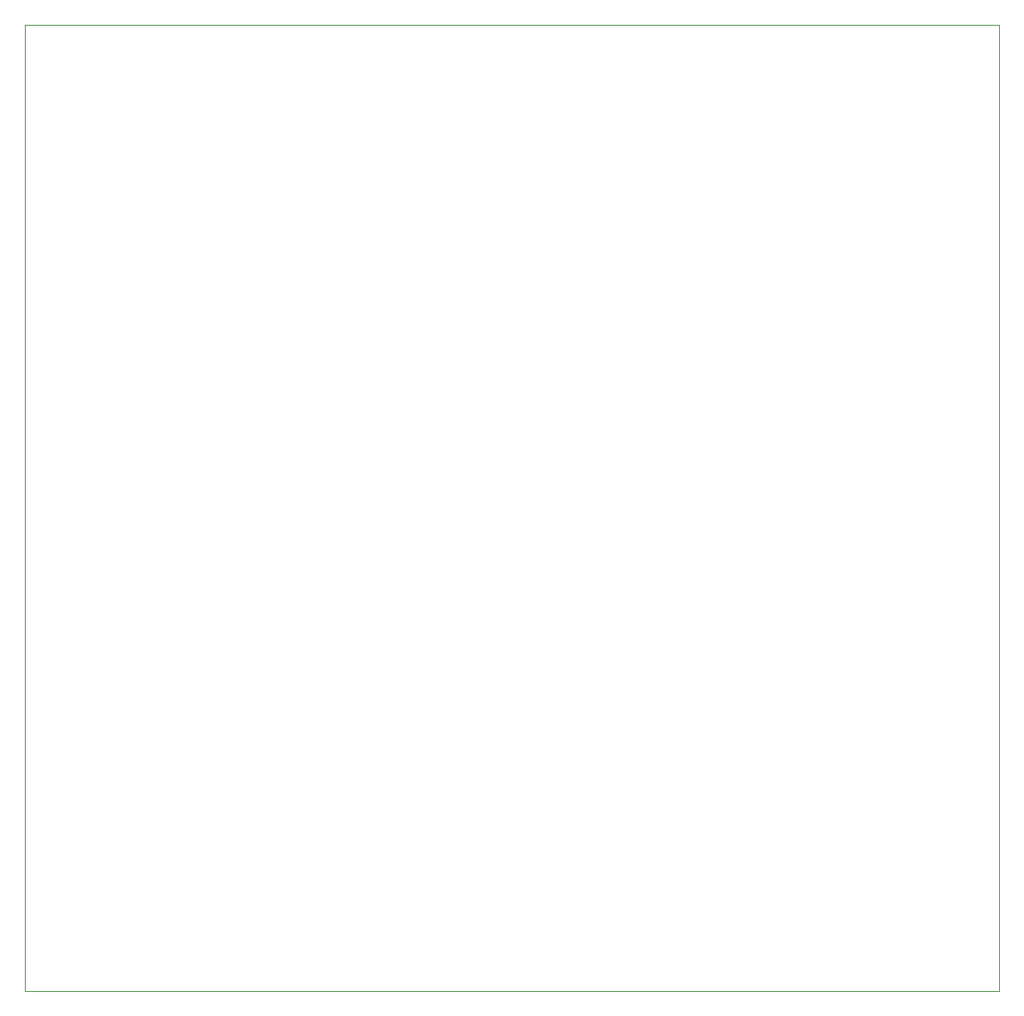
<source format=gbr>
G04 #@! TF.FileFunction,Profile,NP*
%FSLAX46Y46*%
G04 Gerber Fmt 4.6, Leading zero omitted, Abs format (unit mm)*
G04 Created by KiCad (PCBNEW 4.0.6-e0-6349~53~ubuntu16.04.1) date Thu Jun 29 18:49:34 2017*
%MOMM*%
%LPD*%
G01*
G04 APERTURE LIST*
%ADD10C,0.100000*%
G04 APERTURE END LIST*
D10*
X222758000Y-21272500D02*
X222758000Y-119951500D01*
X123317000Y-21272500D02*
X222758000Y-21272500D01*
X123317000Y-119951500D02*
X123317000Y-21272500D01*
X222758000Y-119951500D02*
X123317000Y-119951500D01*
M02*

</source>
